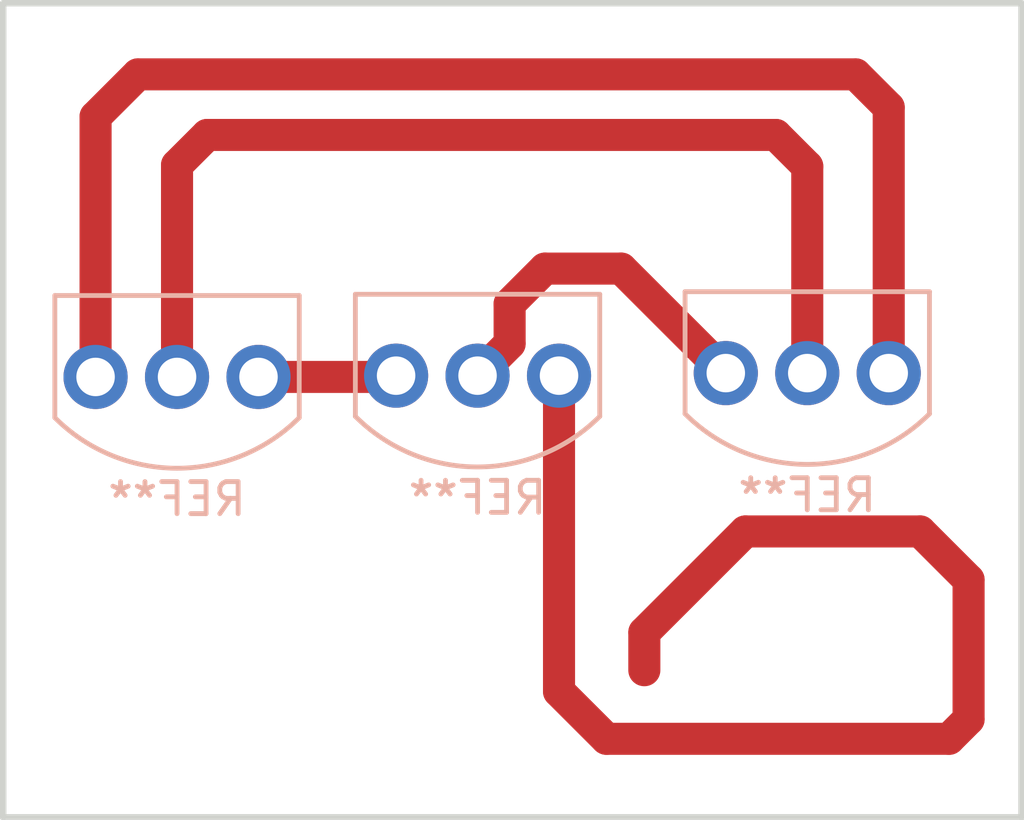
<source format=kicad_pcb>
(kicad_pcb (version 20171130) (host pcbnew "(5.0.2)-1")

  (general
    (thickness 1.6)
    (drawings 4)
    (tracks 26)
    (zones 0)
    (modules 3)
    (nets 1)
  )

  (page A4)
  (layers
    (0 F.Cu signal)
    (31 B.Cu signal)
    (32 B.Adhes user)
    (33 F.Adhes user)
    (34 B.Paste user)
    (35 F.Paste user)
    (36 B.SilkS user)
    (37 F.SilkS user)
    (38 B.Mask user)
    (39 F.Mask user)
    (40 Dwgs.User user)
    (41 Cmts.User user)
    (42 Eco1.User user)
    (43 Eco2.User user)
    (44 Edge.Cuts user)
    (45 Margin user)
    (46 B.CrtYd user)
    (47 F.CrtYd user)
    (48 B.Fab user)
    (49 F.Fab user)
  )

  (setup
    (last_trace_width 1)
    (trace_clearance 0.2)
    (zone_clearance 0.508)
    (zone_45_only no)
    (trace_min 0.2)
    (segment_width 0.2)
    (edge_width 0.1)
    (via_size 0.8)
    (via_drill 0.4)
    (via_min_size 0.4)
    (via_min_drill 0.3)
    (uvia_size 0.3)
    (uvia_drill 0.1)
    (uvias_allowed no)
    (uvia_min_size 0.2)
    (uvia_min_drill 0.1)
    (pcb_text_width 0.3)
    (pcb_text_size 1.5 1.5)
    (mod_edge_width 0.15)
    (mod_text_size 1 1)
    (mod_text_width 0.15)
    (pad_size 1.5 1.5)
    (pad_drill 0.6)
    (pad_to_mask_clearance 0)
    (solder_mask_min_width 0.25)
    (aux_axis_origin 0 0)
    (visible_elements 7FFFFFFF)
    (pcbplotparams
      (layerselection 0x01000_7fffffff)
      (usegerberextensions false)
      (usegerberattributes false)
      (usegerberadvancedattributes false)
      (creategerberjobfile false)
      (excludeedgelayer true)
      (linewidth 0.100000)
      (plotframeref false)
      (viasonmask false)
      (mode 1)
      (useauxorigin false)
      (hpglpennumber 1)
      (hpglpenspeed 20)
      (hpglpendiameter 15.000000)
      (psnegative false)
      (psa4output false)
      (plotreference true)
      (plotvalue true)
      (plotinvisibletext false)
      (padsonsilk false)
      (subtractmaskfromsilk false)
      (outputformat 1)
      (mirror false)
      (drillshape 0)
      (scaleselection 1)
      (outputdirectory "../../Medidor humedad temp DHT/GERBER DRL 1.0/PCB DE PRUEBA/"))
  )

  (net 0 "")

  (net_class Default "Esta es la clase de red por defecto."
    (clearance 0.2)
    (trace_width 1)
    (via_dia 0.8)
    (via_drill 0.4)
    (uvia_dia 0.3)
    (uvia_drill 0.1)
  )

  (module ProyectoCorcho:Transistor1 (layer F.Cu) (tedit 5C9A0721) (tstamp 5CAF2CB0)
    (at 120.2 67.5)
    (fp_text reference REF** (at 0 3.81) (layer B.SilkS)
      (effects (font (size 1 1) (thickness 0.15)) (justify mirror))
    )
    (fp_text value Transistor1 (at 0 -3.81) (layer F.Fab)
      (effects (font (size 1 1) (thickness 0.15)))
    )
    (fp_arc (start 0 -2.54) (end 3.81 1.27) (angle 90) (layer B.SilkS) (width 0.15))
    (fp_line (start 3.81 -2.54) (end 3.81 1.27) (layer B.SilkS) (width 0.15))
    (fp_line (start -3.81 -2.54) (end 3.81 -2.54) (layer B.SilkS) (width 0.15))
    (fp_line (start -3.81 1.27) (end -3.81 -2.54) (layer B.SilkS) (width 0.15))
    (pad 3 thru_hole circle (at 2.54 0) (size 2 2) (drill 1.2) (layers *.Cu *.Mask))
    (pad 2 thru_hole circle (at 0 0) (size 2 2) (drill 1.2) (layers *.Cu *.Mask))
    (pad 1 thru_hole circle (at -2.54 0) (size 2 2) (drill 1.2) (layers *.Cu *.Mask))
  )

  (module ProyectoCorcho:Transistor1 (layer F.Cu) (tedit 5C9A0721) (tstamp 5CAF2CC5)
    (at 130.48 67.42)
    (fp_text reference REF** (at 0 3.81) (layer B.SilkS)
      (effects (font (size 1 1) (thickness 0.15)) (justify mirror))
    )
    (fp_text value Transistor1 (at 0 -3.81) (layer F.Fab)
      (effects (font (size 1 1) (thickness 0.15)))
    )
    (fp_arc (start 0 -2.54) (end 3.81 1.27) (angle 90) (layer B.SilkS) (width 0.15))
    (fp_line (start 3.81 -2.54) (end 3.81 1.27) (layer B.SilkS) (width 0.15))
    (fp_line (start -3.81 -2.54) (end 3.81 -2.54) (layer B.SilkS) (width 0.15))
    (fp_line (start -3.81 1.27) (end -3.81 -2.54) (layer B.SilkS) (width 0.15))
    (pad 3 thru_hole circle (at 2.54 0) (size 2 2) (drill 1.2) (layers *.Cu *.Mask))
    (pad 2 thru_hole circle (at 0 0) (size 2 2) (drill 1.2) (layers *.Cu *.Mask))
    (pad 1 thru_hole circle (at -2.54 0) (size 2 2) (drill 1.2) (layers *.Cu *.Mask))
  )

  (module ProyectoCorcho:Transistor1 (layer F.Cu) (tedit 5C9A0721) (tstamp 5CAF2CDB)
    (at 110.83 67.54)
    (fp_text reference REF** (at 0 3.81) (layer B.SilkS)
      (effects (font (size 1 1) (thickness 0.15)) (justify mirror))
    )
    (fp_text value Transistor1 (at 0 -3.81) (layer F.Fab)
      (effects (font (size 1 1) (thickness 0.15)))
    )
    (fp_arc (start 0 -2.54) (end 3.81 1.27) (angle 90) (layer B.SilkS) (width 0.15))
    (fp_line (start 3.81 -2.54) (end 3.81 1.27) (layer B.SilkS) (width 0.15))
    (fp_line (start -3.81 -2.54) (end 3.81 -2.54) (layer B.SilkS) (width 0.15))
    (fp_line (start -3.81 1.27) (end -3.81 -2.54) (layer B.SilkS) (width 0.15))
    (pad 3 thru_hole circle (at 2.54 0) (size 2 2) (drill 1.2) (layers *.Cu *.Mask))
    (pad 2 thru_hole circle (at 0 0) (size 2 2) (drill 1.2) (layers *.Cu *.Mask))
    (pad 1 thru_hole circle (at -2.54 0) (size 2 2) (drill 1.2) (layers *.Cu *.Mask))
  )

  (gr_line (start 137.16 55.88) (end 105.41 55.88) (layer Edge.Cuts) (width 0.2))
  (gr_line (start 137.16 81.28) (end 137.16 55.88) (layer Edge.Cuts) (width 0.2))
  (gr_line (start 105.41 81.28) (end 137.16 81.28) (layer Edge.Cuts) (width 0.2))
  (gr_line (start 105.41 55.88) (end 105.41 81.28) (layer Edge.Cuts) (width 0.2))

  (segment (start 108.29 67.54) (end 108.29 59.42) (width 1) (layer F.Cu) (net 0))
  (segment (start 108.29 59.42) (end 109.61 58.1) (width 1) (layer F.Cu) (net 0))
  (segment (start 109.61 58.1) (end 131.99 58.1) (width 1) (layer F.Cu) (net 0))
  (segment (start 133.02 59.13) (end 133.02 67.42) (width 1) (layer F.Cu) (net 0))
  (segment (start 131.99 58.1) (end 133.02 59.13) (width 1) (layer F.Cu) (net 0))
  (segment (start 110.83 67.54) (end 110.83 60.93) (width 1) (layer F.Cu) (net 0))
  (segment (start 110.83 60.93) (end 111.77 59.99) (width 1) (layer F.Cu) (net 0))
  (segment (start 111.77 59.99) (end 129.5 59.99) (width 1) (layer F.Cu) (net 0))
  (segment (start 130.48 60.97) (end 130.48 67.42) (width 1) (layer F.Cu) (net 0))
  (segment (start 129.5 59.99) (end 130.48 60.97) (width 1) (layer F.Cu) (net 0))
  (segment (start 117.62 67.54) (end 117.66 67.5) (width 1) (layer F.Cu) (net 0))
  (segment (start 113.37 67.54) (end 117.62 67.54) (width 1) (layer F.Cu) (net 0))
  (segment (start 121.199999 66.500001) (end 121.199999 65.260001) (width 1) (layer F.Cu) (net 0))
  (segment (start 120.2 67.5) (end 121.199999 66.500001) (width 1) (layer F.Cu) (net 0))
  (segment (start 121.199999 65.260001) (end 122.3 64.16) (width 1) (layer F.Cu) (net 0))
  (segment (start 124.68 64.16) (end 127.94 67.42) (width 1) (layer F.Cu) (net 0))
  (segment (start 122.3 64.16) (end 124.68 64.16) (width 1) (layer F.Cu) (net 0))
  (segment (start 122.74 67.5) (end 122.74 77.35) (width 1) (layer F.Cu) (net 0))
  (segment (start 122.74 77.35) (end 124.22 78.83) (width 1) (layer F.Cu) (net 0))
  (segment (start 124.22 78.83) (end 134.9 78.83) (width 1) (layer F.Cu) (net 0))
  (segment (start 134.9 78.83) (end 135.51 78.22) (width 1) (layer F.Cu) (net 0))
  (segment (start 135.51 78.22) (end 135.51 73.87) (width 1) (layer F.Cu) (net 0))
  (segment (start 135.51 73.87) (end 134 72.36) (width 1) (layer F.Cu) (net 0))
  (segment (start 134 72.36) (end 128.55 72.36) (width 1) (layer F.Cu) (net 0))
  (segment (start 128.55 72.36) (end 125.4 75.51) (width 1) (layer F.Cu) (net 0))
  (segment (start 125.4 75.51) (end 125.4 76.69) (width 1) (layer F.Cu) (net 0))

)

</source>
